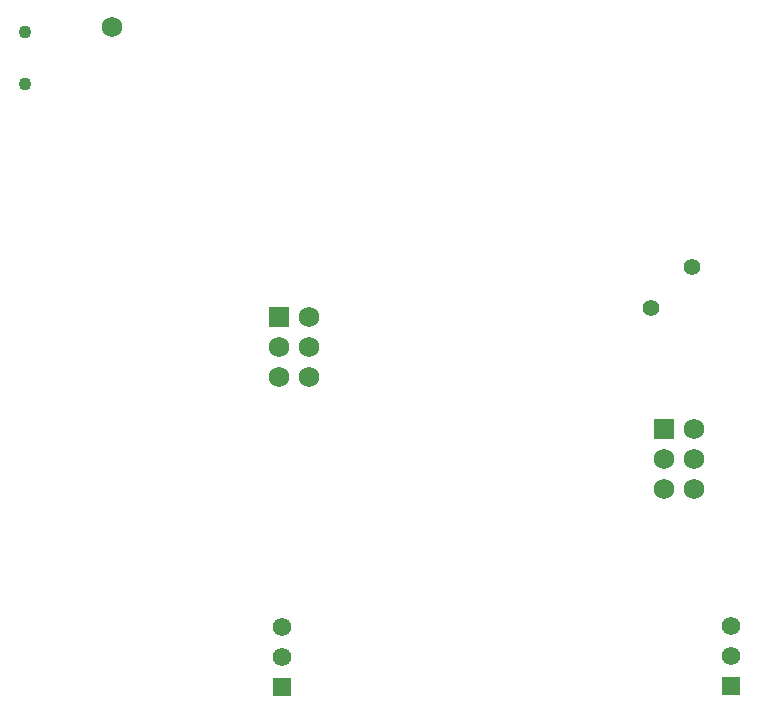
<source format=gbs>
G04*
G04 #@! TF.GenerationSoftware,Altium Limited,Altium Designer,19.1.9 (167)*
G04*
G04 Layer_Color=16711935*
%FSLAX42Y42*%
%MOMM*%
G71*
G01*
G75*
%ADD122C,1.73*%
%ADD123C,1.10*%
%ADD124R,1.75X1.75*%
%ADD125C,1.75*%
%ADD126C,1.40*%
%ADD127C,1.57*%
%ADD128R,1.57X1.57*%
D122*
X7060Y11297D02*
D03*
D123*
X6317Y11253D02*
D03*
Y10813D02*
D03*
D124*
X11728Y7892D02*
D03*
X8468Y8842D02*
D03*
D125*
X11982Y7892D02*
D03*
X11728Y7638D02*
D03*
Y7383D02*
D03*
X11982Y7638D02*
D03*
Y7383D02*
D03*
X8722Y8842D02*
D03*
X8468Y8588D02*
D03*
Y8333D02*
D03*
X8722Y8588D02*
D03*
Y8333D02*
D03*
D126*
X11622Y8912D02*
D03*
X11968Y9258D02*
D03*
D127*
X12295Y6222D02*
D03*
Y5967D02*
D03*
X8497Y6215D02*
D03*
Y5962D02*
D03*
D128*
X12295Y5713D02*
D03*
X8497Y5708D02*
D03*
M02*

</source>
